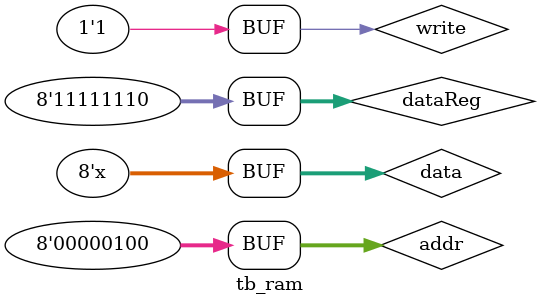
<source format=v>
`timescale 1ns/1ps

module tb_ram();
    wire [7:0] data;
    reg [7:0] dataReg;
    reg [7:0] addr;
    reg write;

    assign data = !write ? dataReg : 'z;
    
    ram test(
        .data(data),
        .address(addr),
        .write(write)
    );

    initial begin
        dataReg = 'x;
        addr = 0;
        write = 1;
        #80;
        dataReg = 'hAA;
        #20;
        write = 0;
        #100;
        write = 1;
        #80;
        addr = 4;
        #20;
        dataReg = 'hFE;
        write = 0;
        #100;
        write = 1;
        addr = 0;
        #100;
        addr = 4;
        #100;
    end

endmodule
</source>
